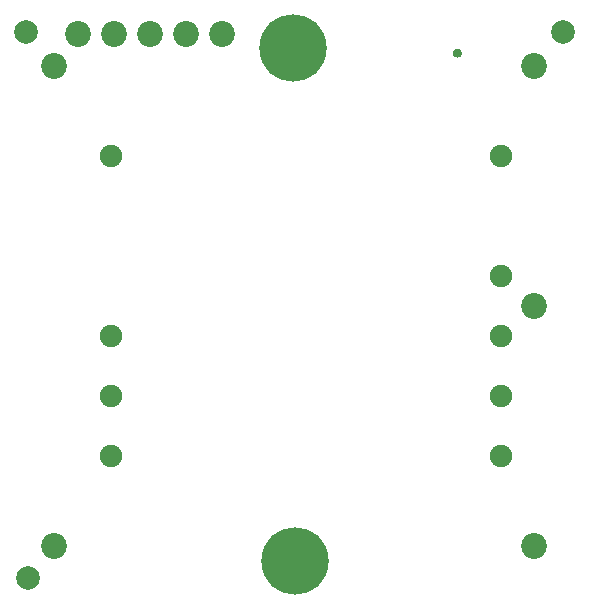
<source format=gts>
G04*
G04 #@! TF.GenerationSoftware,Altium Limited,Altium Designer,21.6.4 (81)*
G04*
G04 Layer_Color=8388736*
%FSLAX25Y25*%
%MOIN*%
G70*
G04*
G04 #@! TF.SameCoordinates,4529F259-1C2A-4C1D-AD44-B5440C422FEC*
G04*
G04*
G04 #@! TF.FilePolarity,Negative*
G04*
G01*
G75*
%ADD10C,0.07874*%
%ADD11C,0.08622*%
%ADD12C,0.22441*%
%ADD13C,0.06543*%
%ADD14C,0.06394*%
%ADD15C,0.00394*%
%ADD16C,0.07480*%
G36*
X135258Y165551D02*
X135278Y165546D01*
X135308Y165516D01*
X135318Y165511D01*
X135328Y165501D01*
X135338Y165496D01*
X135351Y165479D01*
X135373Y165456D01*
X135383Y165451D01*
X135408Y165426D01*
X135418Y165421D01*
X135443Y165411D01*
X135463Y165406D01*
X135490Y165384D01*
X135508Y165366D01*
X135518Y165361D01*
X135545Y165334D01*
X135550Y165324D01*
X135558Y165316D01*
X135568Y165311D01*
X135590Y165289D01*
X135595Y165279D01*
X135620Y165254D01*
X135625Y165244D01*
X135635Y165219D01*
X135640Y165199D01*
X135650Y165189D01*
X135655Y165179D01*
X135680Y165154D01*
X135685Y165144D01*
X135707Y165117D01*
X135720Y165104D01*
X135737Y165057D01*
X135750Y165039D01*
X135765Y165024D01*
X135770Y165015D01*
X135805Y164970D01*
X135815Y164960D01*
X135825Y164920D01*
X135829Y164880D01*
X135864Y164805D01*
X135874Y164765D01*
X135879Y164730D01*
X135909Y164665D01*
X135917Y164638D01*
X135922Y164583D01*
X135927Y164553D01*
X135934Y164525D01*
X135944Y164501D01*
X135954Y164466D01*
X135959Y164416D01*
X135969Y164281D01*
X135962Y164184D01*
X135957Y164124D01*
X135952Y164094D01*
X135937Y164054D01*
X135932Y164034D01*
X135924Y164007D01*
X135919Y163957D01*
X135914Y163922D01*
X135909Y163907D01*
X135884Y163852D01*
X135874Y163817D01*
X135870Y163777D01*
X135820Y163672D01*
X135800Y163637D01*
X135770Y163573D01*
X135750Y163538D01*
X135730Y163493D01*
X135710Y163458D01*
X135690Y163438D01*
X135685Y163428D01*
X135667Y163405D01*
X135657Y163400D01*
X135625Y163368D01*
X135623Y163361D01*
X135612Y163356D01*
X135580Y163323D01*
X135575Y163313D01*
X135545Y163288D01*
X135386Y163128D01*
X135383Y163121D01*
X135373Y163116D01*
X135341Y163084D01*
X135336Y163074D01*
X135318Y163061D01*
X135291Y163039D01*
X135278Y163026D01*
X135253Y163016D01*
X135233Y163011D01*
X135208Y162996D01*
X135198Y162986D01*
X135163Y162971D01*
X135131Y162959D01*
X135104Y162942D01*
X135049Y162917D01*
X134974Y162882D01*
X134954Y162877D01*
X134889Y162872D01*
X134869Y162867D01*
X134822Y162849D01*
X134779Y162837D01*
X134759Y162832D01*
X134710Y162827D01*
X134675Y162822D01*
X134627Y162814D01*
X134607Y162809D01*
X134567Y162794D01*
X134542Y162789D01*
X134502Y162784D01*
X134435Y162777D01*
X134368Y162784D01*
X134328Y162789D01*
X134303Y162794D01*
X134275Y162807D01*
X134248Y162814D01*
X134218Y162819D01*
X134151Y162827D01*
X134098Y162834D01*
X134078Y162839D01*
X134046Y162852D01*
X134011Y162867D01*
X133976Y162872D01*
X133956Y162877D01*
X133924Y162889D01*
X133861Y162917D01*
X133826Y162922D01*
X133797Y162926D01*
X133769Y162949D01*
X133756Y162961D01*
X133722Y162981D01*
X133697Y163006D01*
X133672Y163016D01*
X133639Y163029D01*
X133609Y163049D01*
X133582Y163061D01*
X133542Y163076D01*
X133512Y163106D01*
X133502Y163111D01*
X133470Y163144D01*
X133467Y163151D01*
X133457Y163156D01*
X133258Y163356D01*
X133248Y163361D01*
X133228Y163391D01*
X133200Y163418D01*
X133190Y163443D01*
X133175Y163483D01*
X133165Y163493D01*
X133160Y163503D01*
X133145Y163538D01*
X133133Y163570D01*
X133100Y163602D01*
X133096Y163612D01*
X133071Y163647D01*
X133061Y163657D01*
X133051Y163682D01*
X133046Y163717D01*
X133038Y163745D01*
X133028Y163770D01*
X133001Y163832D01*
X132993Y163879D01*
X132978Y163919D01*
X132971Y163947D01*
X132966Y163967D01*
X132958Y164084D01*
X132953Y164214D01*
X132951Y164356D01*
X132956Y164371D01*
X132961Y164550D01*
X132966Y164566D01*
X132971Y164635D01*
X132986Y164670D01*
X132996Y164705D01*
X133003Y164748D01*
X133013Y164772D01*
X133041Y164830D01*
X133046Y164865D01*
X133053Y164897D01*
X133063Y164922D01*
X133075Y164935D01*
X133090Y164970D01*
X133096Y164989D01*
X133110Y165015D01*
X133135Y165039D01*
X133140Y165049D01*
X133163Y165082D01*
X133170Y165084D01*
X133175Y165094D01*
X133190Y165129D01*
X133210Y165164D01*
X133235Y165189D01*
X133240Y165199D01*
X133462Y165421D01*
X133470Y165424D01*
X133475Y165434D01*
X133507Y165466D01*
X133517Y165471D01*
X133542Y165496D01*
X133567Y165506D01*
X133599Y165518D01*
X133622Y165541D01*
X133632Y165546D01*
X133642Y165556D01*
X133667Y165571D01*
X133692Y165596D01*
X133747Y165616D01*
X133782Y165641D01*
X133829Y165658D01*
X133846Y165666D01*
X133886Y165691D01*
X133946Y165700D01*
X133993Y165718D01*
X134021Y165730D01*
X134061Y165740D01*
X134126Y165745D01*
X134146Y165750D01*
X134196Y165755D01*
X134211Y165760D01*
X134260Y165775D01*
X134280Y165780D01*
X134330Y165785D01*
X134465Y165795D01*
X134627Y165783D01*
X134647Y165778D01*
X134672Y165773D01*
X134704Y165760D01*
X134744Y165750D01*
X134807Y165743D01*
X134847Y165733D01*
X134872Y165723D01*
X134879Y165716D01*
X134929Y165700D01*
X134969Y165696D01*
X135044Y165661D01*
X135084Y165651D01*
X135124Y165646D01*
X135151Y165623D01*
X135163Y165611D01*
X135198Y165591D01*
X135223Y165566D01*
X135248Y165556D01*
X135256Y165553D01*
X135258Y165551D01*
D02*
G37*
G54D10*
X-9350Y171358D02*
D03*
X-8661Y-10630D02*
D03*
X169783Y171358D02*
D03*
G54D11*
X160000Y0D02*
D03*
Y160000D02*
D03*
X0D02*
D03*
Y0D02*
D03*
X56181Y170591D02*
D03*
X160158Y80079D02*
D03*
X8181Y170591D02*
D03*
X20181D02*
D03*
X32181D02*
D03*
X44181D02*
D03*
G54D12*
X79685Y165905D02*
D03*
X80472Y-4961D02*
D03*
G54D13*
X149016Y130079D02*
D03*
Y90079D02*
D03*
Y70079D02*
D03*
Y50079D02*
D03*
Y30079D02*
D03*
G54D14*
X19016Y130079D02*
D03*
Y70079D02*
D03*
Y30079D02*
D03*
Y50079D02*
D03*
G54D15*
X17323Y151969D02*
D03*
Y7874D02*
D03*
X139764Y-3937D02*
D03*
X142520Y157874D02*
D03*
G54D16*
X19016Y50079D02*
D03*
X149016Y30079D02*
D03*
Y50079D02*
D03*
Y70079D02*
D03*
X19016Y30079D02*
D03*
Y70079D02*
D03*
X149016Y90079D02*
D03*
X19016Y130079D02*
D03*
X149016D02*
D03*
M02*

</source>
